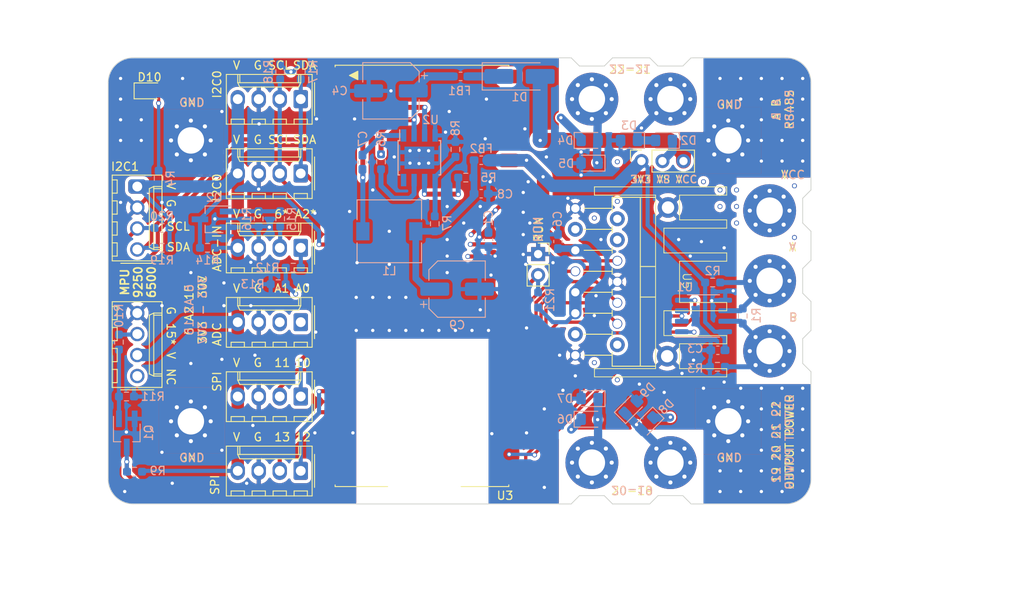
<source format=kicad_pcb>
(kicad_pcb (version 20221018) (generator pcbnew)
  (layers (0 "F.Cu" signal) (1 "In1.Cu" signal) (2 "In2.Cu" signal) (31 "B.Cu" signal) (34 "B.Paste" user) (35 "F.Paste" user) (36 "B.SilkS" user "B.Silkscreen") (37 "F.SilkS" user "F.Silkscreen") (38 "B.Mask" user) (39 "F.Mask" user) (44 "Edge.Cuts" user))
  (net 0 "")
  (net 1 "GND")
  (net 2 "+3V3")
  (net 4 "/IN1")
  (net 5 "Net-(Q1-B)")
  (net 8 "VCC")
  (net 9 "/OUT1")
  (net 10 "/OUT2")
  (net 11 "/OUT3")
  (net 12 "/OUT4")
  (net 13 "/GP26-ADC0-SDA1")
  (net 14 "Net-(D10-A)")
  (net 15 "/GP27-ADC1-SCL1")
  (net 16 "/A")
  (net 17 "/B")
  (net 18 "VS")
  (net 19 "/ReceiverOutput")
  (net 20 "/InputOutputEnable")
  (net 21 "/DriverInput")
  (net 22 "/GP28-ADC2")
  (net 23 "/ADC2")
  (net 24 "/SDA1-SCK0-GP2")
  (net 25 "/SCL1-TX0-GP3")
  (net 26 "/RXD1-SCL0-CS0-GP5")
  (net 27 "/TXD1-SDA0-RX0-GP4")
  (net 28 "/IN2")
  (net 29 "/G15")
  (net 30 "Net-(Q2-B)")
  (net 31 "/GP6")
  (net 33 "/GP22")
  (net 39 "/GP19")
  (net 40 "/GP20")
  (net 41 "/GP21")
  (net 42 "/RXD0-SCL0-CS1-GP13")
  (net 43 "/TXD0-SDA0-RX1-GP12")
  (net 44 "/SDA1-SCK1-GP10")
  (net 45 "/SCL1-TX1-GP11")
  (net 46 "Net-(U2-VIN)")
  (net 47 "Net-(U2-LX)")
  (net 48 "Net-(U2-BST)")
  (net 49 "Net-(C8-Pad1)")
  (net 50 "Net-(D1-K)")
  (net 51 "Net-(U2-PG)")
  (net 52 "Net-(U2-~{SHDN})")
  (net 53 "Net-(U2-FB)")
  (net 55 "/RUN")
  (footprint "Connector_Molex:Molex_KK-254_AE-6410-04A_1x04_P2.54mm_Vertical" (layer "F.Cu") (at 56.79 58.302944 180)
    (fp_text reference "J5" hide)
    (fp_text value "GP-I2C0")
  )
  (footprint "MountingHole:MountingHole_3.2mm_M3_Pad_Via" (layer "F.Cu") (at 113.5 80.302944)
    (fp_text reference "J14" hide)
    (fp_text value "A")
  )
  (footprint "Connector_PinSocket_2.54mm:PinSocket_1x03_P2.54mm_Vertical" (layer "F.Cu") (at 98 65.802944 90)
    (fp_text reference "J16" hide)
    (fp_text value "VS-SELECT")
  )
  (footprint "Connector_Molex:Molex_KK-254_AE-6410-04A_1x04_P2.54mm_Vertical" (layer "F.Cu") (at 37.02 91.822944 90)
    (fp_text reference "J7" hide)
    (fp_text value "GP-IN1")
  )
  (footprint "MountingHole:MountingHole_3.2mm_M3_Pad_Via" (layer "F.Cu") (at 101.5 102.302944)
    (fp_text reference "J2" hide)
    (fp_text value "O4")
  )
  (footprint "Connector_Molex:Molex_KK-254_AE-6410-04A_1x04_P2.54mm_Vertical" (layer "F.Cu") (at 56.79 103.302944 180)
    (fp_text reference "J11" hide)
    (fp_text value "GP-SPI")
  )
  (footprint "Connector_Molex:Molex_KK-254_AE-6410-04A_1x04_P2.54mm_Vertical" (layer "F.Cu") (at 56.79 94.302944 180)
    (fp_text reference "J10" hide)
    (fp_text value "GP-SPI")
  )
  (footprint "MountingHole:MountingHole_3.2mm_M3_Pad_Via" (layer "F.Cu") (at 101.5 58.302944)
    (fp_text reference "J3" hide)
    (fp_text value "O1")
  )
  (footprint "MountingHole:MountingHole_3.2mm_M3_Pad_Via" (layer "F.Cu") (at 113.5 88.802944)
    (fp_text reference "J15" hide)
    (fp_text value "B")
  )
  (footprint "MountingHole:MountingHole_3.2mm_M3_Pad_Via" (layer "F.Cu") (at 43.5 97.302944 180)
    (fp_text reference "J13" hide)
    (fp_text value "GND")
  )
  (footprint "Connector_Molex:Molex_KK-254_AE-6410-04A_1x04_P2.54mm_Vertical" (layer "F.Cu") (at 56.79 67.302944 180)
    (fp_text reference "J6" hide)
    (fp_text value "GP-I2C0")
  )
  (footprint "MountingHole:MountingHole_3.2mm_M3_Pad_Via" (layer "F.Cu") (at 108.5 97.302944 180)
    (fp_text reference "J13" hide)
    (fp_text value "GND")
  )
  (footprint "Connector_Molex:Molex_KK-254_AE-6410-04A_1x04_P2.54mm_Vertical" (layer "F.Cu") (at 56.79 85.302944 180)
    (fp_text reference "J9" hide)
    (fp_text value "GP-ADC")
  )
  (footprint "MountingHole:MountingHole_3.2mm_M3_Pad_Via" (layer "F.Cu") (at 43.5 63.302944 180)
    (fp_text reference "J13" hide)
    (fp_text value "GND")
  )
  (footprint "Connector_Molex:Molex_KK-254_AE-6410-04A_1x04_P2.54mm_Vertical" (layer "F.Cu") (at 37.02 76.502944 90)
    (fp_text reference "J17" hide)
    (fp_text value "GP-I2C1")
  )
  (footprint "MyFootprint:RPI-PICO-SMD" (layer "F.Cu") (at 60.95 105.202944)
    (fp_text reference "U3")
    (fp_text value "RPI-PICO")
  )
  (footprint "MountingHole:MountingHole_3.2mm_M3_Pad_Via" (layer "F.Cu") (at 92 58.302944)
    (fp_text reference "J1" hide)
    (fp_text value "O2")
  )
  (footprint "MountingHole:MountingHole_3.2mm_M3_Pad_Via" (layer "F.Cu") (at 92 102.302944)
    (fp_text reference "J12" hide)
    (fp_text value "O3")
  )
  (footprint "pecdr:SINK-L298N" (layer "F.Cu") (at 99 80.302944 -90)
    (fp_text reference "U5")
    (fp_text value "L298N")
  )
  (footprint "LED_SMD:LED_0805_2012Metric_Pad1.15x1.40mm_HandSolder" (layer "F.Cu") (at 38.5 57.302944)
    (fp_text reference "D10")
    (fp_text value "IHM")
  )
  (footprint "MountingHole:MountingHole_3.2mm_M3_Pad_Via" (layer "F.Cu") (at 113.5 71.802944)
    (fp_text reference "J4" hide)
    (fp_text value "VCC")
  )
  (footprint "Connector_Molex:Molex_KK-254_AE-6410-04A_1x04_P2.54mm_Vertical" (layer "F.Cu") (at 56.79 76.302944 180)
    (fp_text reference "J8" hide)
    (fp_text value "GP/IN-ADC")
  )
  (footprint "MountingHole:MountingHole_3.2mm_M3_Pad_Via" (layer "F.Cu") (at 108.5 63.302944 180)
    (fp_text reference "J13" hide)
    (fp_text value "GND")
  )
  (footprint "Connector_PinSocket_2.54mm:PinSocket_1x02_P2.54mm_Vertical" (layer "F.Cu") (at 85.5 77.062944)
    (fp_text reference "JP1" hide)
    (fp_text value "RUM")
  )
  (footprint "Resistor_SMD:R_0603_1608Metric_Pad0.98x0.95mm_HandSolder" (layer "B.Cu") (at 40.0125 76.302944 180)
    (fp_text reference "R19")
    (fp_text value "10k")
  )
  (footprint "Resistor_SMD:R_0603_1608Metric_Pad0.98x0.95mm_HandSolder" (layer "B.Cu") (at 51.7 72.790444 -90)
    (fp_text reference "R16")
    (fp_text value "10K")
  )
  (footprint "Package_TO_SOT_SMD:SOT-23W_Handsoldering" (layer "B.Cu") (at 46.3 72.852944 180)
    (fp_text reference "Q2")
    (fp_text value "BC848ALT1")
  )
  (footprint "Resistor_SMD:R_0603_1608Metric_Pad0.98x0.95mm_HandSolder" (layer "B.Cu") (at 85.5 82.615444 90)
    (fp_text reference "R21")
    (fp_text value "10k")
  )
  (footprint "Resistor_SMD:R_0603_1608Metric_Pad0.98x0.95mm_HandSolder" (layer "B.Cu") (at 76.75 67.802944)
    (fp_text reference "R5")
    (fp_text value "10k")
  )
  (footprint "Resistor_SMD:R_0603_1608Metric_Pad0.98x0.95mm_HandSolder" (layer "B.Cu") (at 34.8 87.715444 -90)
    (fp_text reference "R10")
    (fp_text value "10K")
  )
  (footprint "Capacitor_SMD:CP_Elec_6.3x7.7" (layer "B.Cu") (at 67.7 57.302944 180)
    (fp_text reference "C4")
    (fp_text value "100uF 25V")
  )
  (footprint "Capacitor_SMD:CP_Elec_6.3x7.7" (layer "B.Cu") (at 75.7 81.302944)
    (fp_text reference "C9")
    (fp_text value "100uF 6V3")
  )
  (footprint "Capacitor_SMD:C_0603_1608Metric_Pad1.08x0.95mm_HandSolder" (layer "B.Cu") (at 87.9 75.540444 90)
    (fp_text reference "C6")
    (fp_text value "100nF")
  )
  (footprint "Capacitor_SMD:C_0603_1608Metric_Pad1.08x0.95mm_HandSolder" (layer "B.Cu") (at 107.2375 88.702944 180)
    (fp_text reference "C3")
    (fp_text value "100nF")
  )
  (footprint "Capacitor_SMD:C_0603_1608Metric_Pad1.08x0.95mm_HandSolder" (layer "B.Cu") (at 78.6125 69.752944)
    (fp_text reference "C8")
    (fp_text value "100nF")
  )
  (footprint "Resistor_SMD:R_0603_1608Metric_Pad0.98x0.95mm_HandSolder" (layer "B.Cu") (at 54.3 54.990444 -90)
    (fp_text reference "R18")
    (fp_text value "10k")
  )
  (footprint "Resistor_SMD:R_0603_1608Metric_Pad0.98x0.95mm_HandSolder" (layer "B.Cu") (at 40.0125 73.902944 180)
    (fp_text reference "R20")
    (fp_text value "10k")
  )
  (footprint "Diode_SMD:D_0805_2012Metric_Pad1.15x1.40mm_HandSolder" (layer "B.Cu") (at 91.725 63.302944)
    (fp_text reference "D4")
    (fp_text value "B340A")
  )
  (footprint "Resistor_SMD:R_0603_1608Metric_Pad0.98x0.95mm_HandSolder" (layer "B.Cu") (at 75.5 64.390444 -90)
    (fp_text reference "R8")
    (fp_text value "10k 1%")
  )
  (footprint "Diode_SMD:D_SMA_Handsoldering" (layer "B.Cu") (at 83.25 55.552944)
    (fp_text reference "D1")
    (fp_text value "B340A")
  )
  (footprint "Capacitor_SMD:C_0603_1608Metric_Pad1.08x0.95mm_HandSolder" (layer "B.Cu") (at 64.25 65.940444 90)
    (fp_text reference "C7")
    (fp_text value "100nF")
  )
  (footprint "Resistor_SMD:R_0603_1608Metric_Pad0.98x0.95mm_HandSolder" (layer "B.Cu") (at 66.5 65.890444 -90)
    (fp_text reference "R6")
    (fp_text value "100k")
  )
  (footprint "Inductor_SMD:L_0603_1608Metric_Pad1.05x0.95mm_HandSolder" (layer "B.Cu") (at 76.125 55.552944)
    (fp_text reference "FB1")
    (fp_text value "Ferrite")
  )
  (footprint "Resistor_SMD:R_0603_1608Metric_Pad0.98x0.95mm_HandSolder" (layer "B.Cu") (at 106.6125 80.502944)
    (fp_text reference "R2")
    (fp_text value "4K7")
  )
  (footprint "Diode_SMD:D_0805_2012Metric_Pad1.15x1.40mm_HandSolder" (layer "B.Cu") (at 98.724784 97.57816 -135)
    (fp_text reference "D8")
    (fp_text value "B340A")
  )
  (footprint "Diode_SMD:D_0805_2012Metric_Pad1.15x1.40mm_HandSolder" (layer "B.Cu") (at 91.725 66.052944 180)
    (fp_text reference "D5")
    (fp_text value "B340A")
  )
  (footprint "Package_TO_SOT_SMD:SOT-23W_Handsoldering" (layer "B.Cu") (at 35.75 98.702944 -90)
    (fp_text reference "Q1")
    (fp_text value "BC848ALT1")
  )
  (footprint "Diode_SMD:D_0805_2012Metric_Pad1.15x1.40mm_HandSolder" (layer "B.Cu") (at 100.725 63.302944 180)
    (fp_text reference "D2")
    (fp_text value "B340A")
  )
  (footprint "Resistor_SMD:R_0603_1608Metric_Pad0.98x0.95mm_HandSolder" (layer "B.Cu") (at 45.5125 76.302944 180)
    (fp_text reference "R14")
    (fp_text value "10K")
  )
  (footprint "Resistor_SMD:R_0603_1608Metric_Pad0.98x0.95mm_HandSolder" (layer "B.Cu") (at 35.7125 94.302944)
    (fp_text reference "R11")
    (fp_text value "10K")
  )
  (footprint "Resistor_SMD:R_0603_1608Metric_Pad0.98x0.95mm_HandSolder" (layer "B.Cu") (at 54.3 72.790444 90)
    (fp_text reference "R15")
    (fp_text value "10K")
  )
  (footprint "Resistor_SMD:R_0603_1608Metric_Pad0.98x0.95mm_HandSolder" (layer "B.Cu") (at 110.25 84.552944 -90)
    (fp_text reference "R1")
    (fp_text value "4k7")
  )
  (footprint "Diode_SMD:D_0805_2012Metric_Pad1.15x1.40mm_HandSolder" (layer "B.Cu") (at 91.725 97.052944)
    (fp_text reference "D6")
    (fp_text value "B340A")
  )
  (footprint "Inductor_SMD:L_Wuerth_WE-PD-Typ-M-Typ-S" (layer "B.Cu") (at 67.5 74.302944)
    (fp_text reference "L1")
    (fp_text value "10uH")
  )
  (footprint "Resistor_SMD:R_0603_1608Metric_Pad0.98x0.95mm_HandSolder" (layer "B.Cu") (at 56.8 54.990444 -90)
    (fp_text reference "R17")
    (fp_text value "10k")
  )
  (footprint "Package_SO:Diodes_PSOP-8" (layer "B.Cu") (at 71.135 65.402944 -90)
    (fp_text reference "U2")
    (fp_text value "FR9889")
  )
  (footprint "Resistor_SMD:R_0603_1608Metric_Pad0.98x0.95mm_HandSolder" (layer "B.Cu") (at 54.0625 80.702944 180)
    (fp_text reference "R13")
    (fp_text value "10K")
  )
  (footprint "Inductor_SMD:L_0603_1608Metric_Pad1.05x0.95mm_HandSolder" (layer "B.Cu") (at 78.625 65.702944)
    (fp_text reference "FB2")
    (fp_text value "Ferrite")
  )
  (footprint "Resistor_SMD:R_0603_1608Metric_Pad0.98x0.95mm_HandSolder" (layer "B.Cu") (at 36.6875 103.402944 180)
    (fp_text reference "R9")
    (fp_text value "10K")
  )
  (footprint "Diode_SMD:D_0805_2012Metric_Pad1.15x1.40mm_HandSolder" (layer "B.Cu") (at 91.725 94.552944 180)
    (fp_text reference "D7")
    (fp_text value "B340A")
  )
  (footprint "Resistor_SMD:R_0603_1608Metric_Pad0.98x0.95mm_HandSolder" (layer "B.Cu") (at 39.6 67.890444 90)
    (fp_text reference "R4")
    (fp_text value "1K")
  )
  (footprint "Resistor_SMD:R_0603_1608Metric_Pad0.98x0.95mm_HandSolder" (layer "B.Cu") (at 107.1875 90.702944 180)
    (fp_text reference "R3")
    (fp_text value "4K7")
  )
  (footprint "Diode_SMD:D_0805_2012Metric_Pad1.15x1.40mm_HandSolder" (layer "B.Cu") (at 96.5 63.302944 180)
    (fp_text reference "D3")
    (fp_text value "B340A")
  )
  (footprint "Resistor_SMD:R_0603_1608Metric_Pad0.98x0.95mm_HandSolder" (layer "B.Cu") (at 73 73.390444 -90)
    (fp_text reference "R7")
    (fp_text value "26k1 1%")
  )
  (footprint "Diode_SMD:D_0805_2012Metric_Pad1.15x1.40mm_HandSolder" (layer "B.Cu") (at 96.724784 95.57816 45)
    (fp_text reference "D9")
    (fp_text value "B340A")
  )
  (footprint "Resistor_SMD:R_0603_1608Metric_Pad0.98x0.95mm_HandSolder" (layer "B.Cu") (at 55.8875 78.702944 180)
    (fp_text reference "R12")
    (fp_text value "10K")
  )
  (footprint "Package_SO:SOP-8_3.9x4.9mm_P1.27mm" (layer "B.Cu") (at 105.5 84.552944)
    (fp_text reference "U1")
    (fp_text value "MAX485CSA+")
  )
  (footprint "Capacitor_SMD:C_0603_1608Metric_Pad1.08x0.95mm_HandSolder" (layer "B.Cu") (at 79.5 75.302944 -90)
    (fp_text reference "C1")
    (fp_text value "10pF")
  )
  (gr_line (start 118.5 77.802944) (end 118.5 74.302944) (stroke (width 0.1)) (layer "Edge.Cuts"))
  (gr_line (start 94.5 53.302944) (end 99 53.302944) (stroke (width 0.1)) (layer "Edge.Cuts"))
  (gr_line (start 100 106.302944) (end 99 107.302944) (stroke (width 0.1)) (layer "Edge.Cuts"))
  (gr_line (start 103 54.302944) (end 104 53.302944) (stroke (width 0.1)) (layer "Edge.Cuts"))
  (gr_line (start 46 107.302944) (end 89.5 107.302944) (stroke (width 0.1)) (layer "Edge.Cuts"))
  (gr_line (start 90.5 106.302944) (end 89.5 107.302944) (stroke (width 0.1)) (layer "Edge.Cuts"))
  (gr_line (start 117.5 87.302944) (end 117.5 90.302944) (stroke (width 0.1)) (layer "Edge.Cuts"))
  (gr_line (start 115.5 53.302944) (end 104 53.302944) (stroke (width 0.1)) (layer "Edge.Cuts"))
  (gr_line (start 117.5 78.802944) (end 118.5 77.802944) (stroke (width 0.1)) (layer "Edge.Cuts"))
  (gr_line (start 103 106.302944) (end 100 106.302944) (stroke (width 0.1)) (layer "Edge.Cuts"))
  (gr_line (start 117.5 87.302944) (end 118.5 86.302944) (stroke (width 0.1)) (layer "Edge.Cuts"))
  (gr_line (start 118.5 91.302944) (end 118.5 104.302944) (stroke (width 0.1)) (layer "Edge.Cuts"))
  (gr_line (start 117.5 81.802944) (end 118.5 82.802944) (stroke (width 0.1)) (layer "Edge.Cuts"))
  (gr_line (start 117.5 73.302944) (end 118.5 74.302944) (stroke (width 0.1)) (layer "Edge.Cuts"))
  (gr_line (start 93.5 106.302944) (end 90.5 106.302944) (stroke (width 0.1)) (layer "Edge.Cuts"))
  (gr_line (start 33.5 104.302944) (end 33.5 56.302944) (stroke (width 0.1)) (layer "Edge.Cuts"))
  (gr_arc (start 115.5 53.302944) (mid 117.621336 54.181621) (end 118.5 56.302944) (stroke (width 0.1)) (layer "Edge.Cuts"))
  (gr_line (start 117.5 70.302944) (end 117.5 73.302944) (stroke (width 0.1)) (layer "Edge.Cuts"))
  (gr_line (start 117.5 78.802944) (end 117.5 81.802944) (stroke (width 0.1)) (layer "Edge.Cuts"))
  (gr_line (start 117.5 90.302944) (end 118.5 91.302944) (stroke (width 0.1)) (layer "Edge.Cuts"))
  (gr_line (start 90.5 54.302944) (end 89.5 53.302944) (stroke (width 0.1)) (layer "Edge.Cuts"))
  (gr_line (start 100 54.302944) (end 103 54.302944) (stroke (width 0.1)) (layer "Edge.Cuts"))
  (gr_line (start 118.5 86.302944) (end 118.5 82.802944) (stroke (width 0.1)) (layer "Edge.Cuts"))
  (gr_line (start 93.5 54.302944) (end 94.5 53.302944) (stroke (width 0.1)) (layer "Edge.Cuts"))
  (gr_line (start 103 106.302944) (end 104 107.302944) (stroke (width 0.1)) (layer "Edge.Cuts"))
  (gr_line (start 89.5 53.302944) (end 36.5 53.302944) (stroke (width 0.1)) (layer "Edge.Cuts"))
  (gr_line (start 93.5 106.302944) (end 94.5 107.302944) (stroke (width 0.1)) (layer "Edge.Cuts"))
  (gr_line (start 104 107.302944) (end 115.5 107.302944) (stroke (width 0.1)) (layer "Edge.Cuts"))
  (gr_line (start 36.5 107.302944) (end 46 107.302944) (stroke (width 0.1)) (layer "Edge.Cuts"))
  (gr_line (start 118.5 69.302944) (end 118.5 56.302944) (stroke (width 0.1)) (layer "Edge.Cuts"))
  (gr_line (start 100 54.302944) (end 99 53.302944) (stroke (width 0.1)) (layer "Edge.Cuts"))
  (gr_line (start 117.5 70.302944) (end 118.5 69.302944) (stroke (width 0.1)) (layer "Edge.Cuts"))
  (gr_line (start 90.5 54.302944) (end 93.5 54.302944) (stroke (width 0.1)) (layer "Edge.Cuts"))
  (gr_line (start 94.5 107.302944) (end 99 107.302944) (stroke (width 0.1)) (layer "Edge.Cuts"))
  (gr_arc (start 33.5 56.302944) (mid 34.378695 54.181652) (end 36.5 53.302944) (stroke (width 0.1)) (layer "Edge.Cuts"))
  (gr_arc (start 36.5 107.302944) (mid 34.378695 106.424262) (end 33.5 104.302944) (stroke (width 0.1)) (layer "Edge.Cuts"))
  (gr_arc (start 118.5 104.302944) (mid 117.621336 106.424293) (end 115.5 107.302944) (stroke (width 0.1)) (layer "Edge.Cuts"))
  (gr_text "GND" (at 42 101.052944 180) (layer "B.SilkS") (effects (font (size 1 1)) (justify left bottom mirror)))
  (gr_text "A" (at 115.75 75.552944 180) (layer "B.SilkS") (effects (font (size 1 1)) (justify left bottom mirror)))
  (gr_text "B" (at 115.75 84.052944 180) (layer "B.SilkS") (effects (font (size 1 1)) (justify left bottom mirror)))
  (gr_text "GND" (at 107 101.052944 180) (layer "B.SilkS") (effects (font (size 1 1)) (justify left bottom mirror)))
  (gr_text "3V3 VS VCC" (at 100.7 67.402944 180) (layer "B.SilkS") (effects (font (size 0.9 0.9)) (justify bottom mirror)))
  (gr_text "20-19" (at 94.25 105.052944 180) (layer "B.SilkS") (effects (font (size 1 1)) (justify left bottom mirror)))
  (gr_text "VCC" (at 114.8 66.802944 180) (layer "B.SilkS") (effects (font (size 1 1)) (justify left bottom mirror)))
  (gr_text "22-21" (at 94 54.052944 180) (layer "B.SilkS") (effects (font (size 1 1)) (justify left bottom mirror)))
  (gr_text "19 20 21 22\nOUTPUT POWER" (at 116.5 99.802944 90) (layer "B.SilkS") (effects (font (size 1 1)) (justify bottom mirror)))
  (gr_text "GND" (at 107 58.302944 180) (layer "B.SilkS") (effects (font (size 1 1)) (justify left bottom mirror)))
  (gr_text "6 A2 15\n3V3 - 30V" (at 45.5 83.802944 90) (layer "B.SilkS") (effects (font (size 1 1)) (justify bottom mirror)))
  (gr_text "RUN" (at 84.8 75.702944 -90) (layer "B.SilkS") (effects (font (size 1 1)) (justify left bottom mirror)))
  (gr_text "A B\nRS485" (at 116.5 59.552944 90) (layer "B.SilkS") (effects (font (size 1 1)) (justify bottom mirror)))
  (gr_text "GND" (at 42 58.052944 180) (layer "B.SilkS") (effects (font (size 1 1)) (justify left bottom mirror)))
  (gr_text "A2*" (at 56 72.802944) (layer "F.SilkS") (effects (font (size 1 1)) (justify left bottom)))
  (gr_text "11" (at 53.5 90.802944) (layer "F.SilkS") (effects (font (size 1 1)) (justify left bottom)))
  (gr_text "B" (at 115.75 85.302944) (layer "F.SilkS") (effects (font (size 1 1)) (justify left bottom)))
  (gr_text "V" (at 48.5 90.802944) (layer "F.SilkS") (effects (font (size 1 1)) (justify left bottom)))
  (gr_text "G" (at 51 54.802944) (layer "F.SilkS") (effects (font (size 1 1)) (justify left bottom)))
  (gr_text "V" (at 48.5 72.802944) (layer "F.SilkS") (effects (font (size 1 1)) (justify left bottom)))
  (gr_text "SPI" (at 47.25 93.802944 90) (layer "F.SilkS") (effects (font (size 1 1)) (justify left bottom)))
  (gr_text "RUN" (at 86.1 75.702944 90) (layer "F.SilkS") (effects (font (size 1 1)) (justify left bottom)))
  (gr_text "ADC-IN" (at 47.25 79.302944 90) (layer "F.SilkS") (effects (font (size 1 1)) (justify left bottom)))
  (gr_text "GND" (at 42 102.302944) (layer "F.SilkS") (effects (font (size 1 1)) (justify left bottom)))
  (gr_text "19 20 21 22\nOUTPUT POWER" (at 116.5 99.802944 90) (layer "F.SilkS") (effects (font (size 1 1)) (justify bottom)))
  (gr_text "SDA" (at 55.75 54.802944) (layer "F.SilkS") (effects (font (size 1 1)) (justify left bottom)))
  (gr_text "V" (at 48.5 63.802944) (layer "F.SilkS") (effects (font (size 1 1)) (justify left bottom)))
  (gr_text "VCC" (at 114.8 68.052944) (layer "F.SilkS") (effects (font (size 1 1)) (justify left bottom)))
  (gr_text "MPU\n9250\n6500" (at 39.32 80.452944 90) (layer "F.SilkS") (effects (font (size 1 1) (thickness 0.2) bold) (justify bottom)))
  (gr_text "G" (at 51 99.802944) (layer "F.SilkS") (effects (font (size 1 1)) (justify left bottom)))
  (gr_text "A0" (at 56 81.802944) (layer "F.SilkS") (effects (font (size 1 1)) (justify left bottom)))
  (gr_text "6 A2 15\n3V3 - 30V" (at 45.5 83.802944 90) (layer "F.SilkS") (effects (font (size 1 1)) (justify bottom)))
  (gr_text "A" (at 115.75 76.802944) (layer "F.SilkS") (effects (font (size 1 1)) (justify left bottom)))
  (gr_text "SCL" (at 52.75 63.802944) (layer "F.SilkS") (effects (font (size 1 1)) (justify left bottom)))
  (gr_text "G" (at 51 72.802944) (layer "F.SilkS") (effects (font (size 1 1)) (justify left bottom)))
  (gr_text "SCL" (at 52.75 54.802944) (layer "F.SilkS") (effects (font (size 1 1)) (justify left bottom)))
  (gr_text "3V3 VS VCC" (at 100.7 68.552944) (layer "F.SilkS") (effects (font (size 0.9 0.9)) (justify bottom)))
  (gr_text "6*" (at 53.5 72.802944) (layer "F.SilkS") (effects (font (size 1 1)) (justify left bottom)))
  (gr_text "GND" (at 107 59.552944) (layer "F.SilkS") (effects (font (size 1 1)) (justify left bottom)))
  (gr_text "10" (at 56 90.802944) (layer "F.SilkS") (effects (font (size 1 1)) (justify left bottom)))
  (gr_text "SCL" (at 40.5 74.302944) (layer "F.SilkS") (effects (font (size 1 1)) (justify left bottom)))
  (gr_text "ADC" (at 47.25 88.302944 90) (layer "F.SilkS") (effects (font (size 1 1)) (justify left bottom)))
  (gr_text "I2C0" (at 47.25 58.302944 90) (layer "F.SilkS") (effects (font (size 1 1)) (justify left bottom)))
  (gr_text "GND" (at 42 59.302944) (layer "F.SilkS") (effects (font (size 1 1)) (justify left bottom)))
  (gr_text "RUN" (at 86.165 75.732944 90) (layer "F.SilkS") (effects (font (size 1 1)) (justify left bottom)))
  (gr_text "G" (at 51 81.802944) (layer "F.SilkS") (effects (font (size 1 1)) (justify left bottom)))
  (gr_text "G" (at 51 90.802944) (layer "F.SilkS") (effects (font (size 1 1)) (justify left bottom)))
  (gr_text "A B\nRS485" (at 116.5 59.552944 90) (layer "F.SilkS") (effects (font (size 1 1)) (justify bottom)))
  (gr_text "SDA" (at 55.75 63.802944) (layer "F.SilkS") (effects (font (size 1 1)) (justify left bottom)))
  (gr_text "15*" (at 40.5 85.302944 270) (layer "F.SilkS") (effects (font (size 1 1)) (justify left bottom)))
  (gr_text "A1" (at 53.5 81.802944) (layer "F.SilkS") (effects (font (size 1 1)) (justify left bottom)))
  (gr_text "20-19" (at 94.25 106.302944) (layer "F.SilkS") (effects (font (size 1 1)) (justify left bottom)))
  (gr_text "V" (at 48.5 99.802944) (layer "F.SilkS") (effects (font (size 1 1)) (justify left bottom)))
  (gr_text "V" (at 48.5 81.802944) (layer "F.SilkS") (effects (font (size 1 1)) (justify left bottom)))
  (gr_text "22-21" (at 94 55.302944) (layer "F.SilkS") (effects (font (size 1 1)) (justify left bottom)))
  (gr_text "V" (at 48.5 54.802944) (layer "F.SilkS") (effects (font (size 1 1)) (justify left bottom)))
  (gr_text "G" (at 40.5 70.302944 -90) (layer "F.SilkS") (effects (font (size 1 1)) (justify left bottom)))
  (gr_text "V" (at 40.5 88.802944 -90) (layer "F.SilkS") (effects (font (size 1 1)) (justify left bottom)))
  (gr_text "SDA" (at 40.5 76.802944) (layer "F.SilkS") (effects (font (size 1 1)) (justify left bottom)))
  (gr_text "12" (at 56 99.802944) (layer "F.SilkS") (effects (font (size 1 1)) (justify left bottom)))
  (gr_text "V" (at 40.5 68.302944 -90) (layer "F.SilkS") (effects (font (size 1 1)) (justify left bottom)))
  (gr_text "SPI" (at 47 106.302944 90) (layer "F.SilkS") (effects (font (size 1 1)) (justify left bottom)))
  (gr_text "13" (at 53.5 99.802944) (layer "F.SilkS") (effects (font (size 1 1)) (justify left bottom)))
  (gr_text "I2C1" (at 33.75 67.052944) (layer "F.SilkS") (effects (font (size 1 1)) (justify left bottom)))
  (gr_text "I2C0" (at 47.25 70.802944 90) (layer "F.SilkS") (effects (font (size 1 1)) (justify left bottom)))
  (gr_text "GND" (at 107 102.302944) (layer "F.SilkS") (effects (font (size 1 1)) (justify left bottom)))
  (gr_text "G" (at 40.5 83.302944 -90) (layer "F.SilkS") (effects (font (size 1 1)) (justify left bottom)))
  (gr_text "NC" (at 40.5 90.802944 270) (layer "F.SilkS") (effects (font (size 1 1)) (justify left bottom)))
  (gr_text "G" (at 51 63.802944) (layer "F.SilkS") (effects (font (size 1 1)) (justify left bottom)))
  (segment (start 46.5 63.182944) (end 46.12 63.182944) (width 0.7) (layer "F.Cu") (net 1))
  (via (at 104.3 89.902944) (size 0.6) (drill 0.4) (layers "F.Cu" "B.Cu") (net 1))
  (via (at 47.5 80.552944) (size 0.6) (drill 0.4) (layers "F.Cu" "B.Cu") (net 1))
  (via (at 51.25 89.302944) (size 0.6) (drill 0.4) (layers "F.Cu" "B.Cu") (net 1))
  (via (at 72.25 64.552944) (size 0.6) (drill 0.4) (layers "F.Cu" "B.Cu") (net 1))
  (via (at 40 70.802944) (size 0.6) (drill 0.4) (layers "F.Cu" "B.Cu") (net 1))
  (via (at 93.1 75.302944) (size 0.6) (drill 0.4) (layers "F.Cu" "B.Cu") (net 1))
  (via (at 51.75 61.302944) (size 0.6) (drill 0.4) (layers "F.Cu" "B.Cu") (net 1))
  (via (at 75.5 86.302944) (size 0.6) (drill 0.4) (layers "F.Cu" "B.Cu") (net 1))
  (via (at 89.1 70.302944) (size 0.6) (drill 0.4) (layers "F.Cu" "B.Cu") (net 1))
  (via (at 100.75 93.802944) (size 0.6) (drill 0.4) (layers "F.Cu" "B.Cu") (net 1))
  (via (at 79.8 79.602944) (size 0.6) (drill 0.4) (layers "F.Cu" "B.Cu") (net 1))
  (via (at 88.5 93.552944) (size 0.6) (drill 0.4) (layers "F.Cu" "B.Cu") (net 1))
  (via (at 74.5 75.302944) (size 0.6) (drill 0.4) (layers "F.Cu" "B.Cu") (net 1))
  (via (at 106.5 82.702944) (size 0.6) (drill 0.4) (layers "F.Cu" "B.Cu") (net 1))
  (via (at 117.5 55.802944) (size 0.6) (drill 0.4) (layers "F.Cu" "B.Cu") (net 1))
  (via (at 115 63.302944) (size 0.6) (drill 0.4) (layers "F.Cu" "B.Cu") (net 1))
  (via (at 115 105.802944) (size 0.6) (drill 0.4) (layers "F.Cu" "B.Cu") (net 1))
  (via (at 90.7 67.502944) (size 0.6) (drill 0.4) (layers "F.Cu" "B.Cu") (net 1))
  (via (at 43.5 79.302944) (size 0.6) (drill 0.4) (layers "F.Cu" "B.Cu") (net 1))
  (via (at 90 91.802944) (size 0.6) (drill 0.4) (layers "F.Cu" "B.Cu") (net 1))
  (via (at 108 76.302944) (size 0.6) (drill 0.4) (layers "F.Cu" "B.Cu") (net 1))
  (via (at 63.5 86.302944) (size 0.6) (drill 0.4) (layers "F.Cu" "B.Cu") (net 1))
  (via (at 47.25 59.802944) (size 0.6) (drill 0.4) (layers "F.Cu" "B.Cu") (net 1))
  (via (at 109.1 81.502944) (size 0.6) (drill 0.4) (layers "F.Cu" "B.Cu") (net 1))
  (via (at 58.7 60.702944) (size 0.6) (drill 0.4) (layers "F.Cu" "B.Cu") (net 1))
  (via (at 87.3 78.102944) (size 0.6) (drill 0.4) (layers "F.Cu" "B.Cu") (net 1))
  (via (at 115 65.802944) (size 0.6) (drill 0.4) (layers "F.Cu" "B.Cu") (net 1))
  (via (at 84.1 98.702944) (size 0.6) (drill 0.4) (layers "F.Cu" "B.Cu") (net 1))
  (via (at 42.5 55.802944) (size 0.6) (drill 0.4) (layers "F.Cu" "B.Cu") (net 1))
  (via (at 72.25 66.052944) (size 0.6) (drill 0.4) (layers "F.Cu" "B.Cu") (net 1))
  (via (at 110 58.302944) (size 0.6) (drill 0.4) (layers "F.Cu" "B.Cu") (net 1))
  (via (at 84.3 68.302944) (size 0.6) (drill 0.4) (layers "F.Cu" "B.Cu") (net 1))
  (via (at 108 92.552944) (size 0.6) (drill 0.4) (layers "F.Cu" "B.Cu") (net 1))
  (via (at 50.75 78.052944) (size 0.6) (drill 0.4) (layers "F.Cu" "B.Cu") (net 1))
  (via (at 58.5 72.102944) (size 0.6) (drill 0.4) (layers "F.Cu" "B.Cu") (net 1))
  (via (at 112.5 60.802944) (size 0.6) (drill 0.4) (layers "F.Cu" "B.Cu") (net 1))
  (via (at 117.5 95.802944) (size 0.6) (drill 0.4) (layers "F.Cu" "B.Cu") (net 1))
  (via (at 90.7 64.702944) (size 0.6) (drill 0.4) (layers "F.Cu" "B.Cu") (net 1))
  (via (at 69.5 82.302944) (size 0.6) (drill 0.4) (layers "F.Cu" "B.Cu") (net 1))
  (via (at 50.25 104.802944) (size 0.6) (drill 0.4) (layers "F.Cu" "B.Cu") (net 1))
  (via (at 70 66.052944) (size 0.6) (drill 0.4) (layers "F.Cu" "B.Cu") (net 1))
  (via (at 68.1 65.302944) (size 0.6) (drill 0.4) (layers "F.Cu" "B.Cu") (net 1))
  (via (at 77.5 86.302944) (size 0.6) (drill 0.4) (layers "F.Cu" "B.Cu") (net 1))
  (via (at 78.4 75.002944) (size 0.6) (drill 0.4) (layers "F.Cu" "B.Cu") (net 1))
  (via (at 86.25 105.302944) (size 0.6) (drill 0.4) (layers "F.Cu" "B.Cu") (net 1))
  (via (at 71.1 66.102944) (size 0.6) (drill 0.4) (layers "F.Cu" "B.Cu") (net 1))
  (via (at 79.25 58.302944) (size 0.6) (drill 0.4) (layers "F.Cu" "B.Cu") (net 1))
  (via (at 35 55.802944) (size 0.6) (drill 0.4) (layers "F.Cu" "B.Cu") (net 1))
  (via (at 69.5 86.302944) (size 0.6) (drill 0.4) (layers "F.Cu" "B.Cu") (net 1))
  (via (at 112.5 95.802944) (size 0.6) (drill 0.4) (layers "F.Cu" "B.Cu") (net 1))
  (via (at 67.5 82.302944) (size 0.6) (drill 0.4) (layers "F.Cu" "B.Cu") (net 1))
  (via (at 84.1 86.002944) (size 0.6) (drill 0.4) (layers "F.Cu" "B.Cu") (net 1))
  (via (at 40 83.302944) (size 0.6) (drill 0.4) (layers "F.Cu" "B.Cu") (net 1))
  (via (at 41.25 104.802944) (size 0.6) (drill 0.4) (layers "F.Cu" "B.Cu") (net 1))
  (via (at 43.5 90.302944) (size 0.6) (drill 0.4) (layers "F.Cu" "B.Cu") (net 1))
  (via (at 74.3 62.302944) (size 0.6) (drill 0.4) (layers "F.Cu" "B.Cu") (net 1))
  (via (at 83.7 74.702944) (size 0.6) (drill 0.4) (layers "F.Cu" "B.Cu") (net 1))
  (via (at 112.5 100.802944) (size 0.6) (drill 0.4) (layers "F.Cu" "B.Cu") (net 1))
  (via (at 83.7 69.602944) (size 0.6) (drill 0.4) (layers "F.Cu" "B.Cu") (net 1))
  (via (at 92.5 82.102944) (size 0.6) (drill 0.4) (layers "F.Cu" "B.Cu") (net 1))
  (via (at 112.5 103.302944) (size 0.6) (drill 0.4) (layers "F.Cu" "B.Cu") (net 1))
  (via (at 117.5 58.302944) (size 0.6) (drill 0.4) (layers "F.Cu" "B.Cu") (net 1))
  (via (at 107.5 103.302944) (size 0.6) (drill 0.4) (layers "F.Cu" "B.Cu") (net 1))
  (via (at 88.1 89.302944) (size 0.6) (drill 0.4) (layers "F.Cu" "B.Cu") (net 1))
  (via (at 58.5 98.702944) (size 0.6) (drill 0.4) (layers "F.Cu" "B.Cu") (net 1))
  (via (at 112.5 93.302944) (size 0.6) (drill 0.4) (layers "F.Cu" "B.Cu") (net 1))
  (via (at 79.5 86.302944) (size 0.6) (drill 0.4) (layers "F.Cu" "B.Cu") (net 1))
  (via (at 79.9 98.802944) (size 0.6) (drill 0.4) (layers "F.Cu" "B.Cu") (net 1))
  (via (at 112.5 65.802944) (size 0.6) (drill 0.4) (layers "F.Cu" "B.Cu") (net 1))
  (via (at 71.1 64.502944) (size 0.6) (drill 0.4) (layers "F.Cu" "B.Cu") (net 1))
  (via (at 50.75 83.302944) (size 0.6) (drill 0.4) (layers "F.Cu" "B.Cu") (net 1))
  (via (at 63.5 82.302944) (size 0.6) (drill 0.4) (layers "F.Cu" "B.Cu") (net 1))
  (via (at 67.5 74.302944) (size 0.6) (drill 0.4) (layers "F.Cu" "B.Cu") (net 1))
  (via (at 84.5 73.302944) (size 0.6) (drill 0.4) (layers "F.Cu" "B.Cu") (net 1))
  (via (at 80.3 77.302944) (size 0.6) (drill 0.4) (layers "F.Cu" "B.Cu") (net 1))
  (via (at 92.3 84.502944) (size 0.6) (drill 0.4) (layers "F.Cu" "B.Cu") (net 1))
  (via (at 35 60.802944) (size 0.6) (drill 0.4) (layers "F.Cu" "B.Cu") (net 1))
  (via (at 105.5 93.302944) (size 0.6) (drill 0.4) (layers "F.Cu" "B.Cu") (net 1))
  (via (at 65.5 69.302944) (size 0.6) (drill 0.4) (layers "F.Cu" "B.Cu") (net 1))
  (via (at 110 105.802944) (size 0.6) (drill 0.4) (layers "F.Cu" "B.Cu") (net 1))
  (via (at 74.5 71.302944) (size 0.6) (drill 0.4) (layers "F.Cu" "B.Cu") (net 1))
  (via (at 117.5 60.802944) (size 0.6) (drill 0.4) (layers "F.Cu" "B.Cu") (net 1))
  (via (at 110 55.802944) (size 0.6) (drill 0.4) (layers "F.Cu" "B.Cu") (net 1))
  (via (at 74.5 77.302944) (size 0.6) (drill 0.4) (layers "F.Cu" "B.Cu") (net 1))
  (via (at 115 93.302944) (size 0.6) (drill 0.4) (layers "F.Cu" "B.Cu") (net 1))
  (via (at 57.6 80.802944) (size 0.6) (drill 0.4) (layers "F.Cu" "B.Cu") (net 1))
  (via (at 84 78.302944) (size 0.6) (drill 0.4) (layers "F.Cu" "B.Cu") (net 1))
  (via (at 37.5 63.302944) (size 0.6) (drill 0.4) (layers "F.Cu" "B.Cu") (net 1))
  (via (at 117.5 100.802944) (size 0.6) (drill 0.4) (layers "F.Cu" "B.Cu") (net 1))
  (via (at 62.7 71.902944) (size 0.6) (drill 0.4) (layers "F.Cu" "B.Cu") (net 1))
  (via (at 35 58.302944) (size 0.6) (drill 0.4) (layers "F.Cu" "B.Cu") (net 1))
  (via (at 102.9 91.502944) (size 0.6) (drill 0.4) (layers "F.Cu" "B.Cu") (net 1))
  (via (at 107.5 55.802944) (size 0.6) (drill 0.4) (layers "F.Cu" "B.Cu") (net 1))
  (via (at 103.9 77.302944) (size 0.6) (drill 0.4) (layers "F.Cu" "B.Cu") (net 1))
  (via (at 73.5 86.302944) (size 0.6) (drill 0.4) (layers "F.Cu" "B.Cu") (net 1))
  (via (at 70 64.552944) (size 0.6) (drill 0.4) (layers "F.Cu" "B.Cu") (net 1))
  (via (at 67.7 57.302944) (size 0.6) (drill 0.4) (layers "F.Cu" "B.Cu") (net 1))
  (via (at 74.75 59.802944) (size 0.6) (drill 0.4) (layers "F.Cu" "B.Cu") (net 1))
  (via (at 112.5 98.302944) (size 0.6) (drill 0.4) (layers "F.Cu" "B.Cu") (net 1))
  (via (at 53 73.802944) (size 0.6) (drill 0.4) (layers "F.Cu" "B.Cu") (net 1))
  (via (at 117.5 65.802944) (size 0.6) (drill 0.4) (layers "F.Cu" "B.Cu") (net 1))
  (via (at 117.5 93.302944) (size 0.6) (drill 0.4) (layers "F.Cu" "B.Cu") (net 1))
  (via (at 51.7 69.202944) (size 0.6) (drill 0.4) (layers "F.Cu" "B.Cu") (net 1))
  (via (at 78.5 83.802944) (size 0.6) (drill 0.4) (layers "F.Cu" "B.Cu") (net 1))
  (via (at 86.25 95.802944) (size 0.6) (drill 0.4) (layers "F.Cu" "B.Cu") (net 1))
  (via (at 37.5 60.802944) (size 0.6) (drill 0.4) (layers "F.Cu" "B.Cu") (net 1))
  (via (at 117.5 103.302944) (size 0.6) (drill 0.4) (layers "F.Cu" "B.Cu") (net 1))
  (via (at 47.25 100.802944) (size 0.6) (drill 0.4) (layers "F.Cu" "B.Cu") (net 1))
  (via (at 76.5 73.302944) (size 0.6) (drill 0.4) (layers "F.Cu" "B.Cu") (net 1))
  (via (at 71.5 86.302944) (size 0.6) (drill 0.4) (layers "F.Cu" "B.Cu") (net 1))
  (via (at 117.5 63.302944) (size 0.6) (drill 0.4) (layers "F.Cu" "B.Cu") (net 1))
  (via (at 65.5 86.302944) (size 0.6) (drill 0.4) (layers "F.Cu" "B.Cu") (net 1))
  (via (at 63.1 98.702944) (size 0.6) (drill 0.4) (layers "F.Cu" "B.Cu") (net 1))
  (via (at 97.75 92.802944) (size 0.6) (drill 0.4) (layers "F.Cu" "B.Cu") (net 1))
  (via (at 63.3 60.702944) (size 0.6) (drill 0.4) (layers "F.Cu" "B.Cu") (net 1))
  (via (at 112.5 58.302944) (size 0.6) (drill 0.4) (layers "F.Cu" "B.Cu") (net 1))
  (via (at 102.5 75.302944) (size 0.6) (drill 0.4) (layers "F.Cu" "B.Cu") (net 1))
  (via (at 74.5 79.302944) (size 0.6) (drill 0.4) (layers "F.Cu" "B.Cu") (net 1))
  (via (at 83.7 77.102944) (size 0.6) (drill 0.4) (layers "F.Cu" "B.Cu") (net 1))
  (via (at 83.7 72.002944) (size 0.6) (drill 0.4) (layers "F.Cu" "B.Cu") (net 1))
  (via (at 67.5 86.302944) (size 0.6) (drill 0.4) (layers "F.Cu" "B.Cu") (net 1))
  (via (at 67.5 78.302944) (size 0.6) (drill 0.4) (layers "F.Cu" "B.Cu") (net 1))
  (via (at 58.6 86.502944) (size 0.6) (drill 0.4) (layers "F.Cu" "B.Cu") (net 1))
  (via (at 86.5 65.302944) (size 0.6) (drill 0.4) (layers "F.Cu" "B.Cu") (net 1))
  (via (at 35.7 98.602944) (size 0.6) (drill 0.4) (layers "F.Cu" "B.Cu") (net 1))
  (via (at 107.5 105.802944) (size 0.6) (drill 0.4) (layers "F.Cu" "B.Cu") (net 1))
  (via (at 79.7 68.302944) (size 0.6) (drill 0.4) (layers "F.Cu" "B.Cu") (net 1))
  (via (at 35 70.802944) (size 0.6) (drill 0.4) (layers "F.Cu" "B.Cu") (net 1))
  (via (at 112.5 63.302944) (size 0.6) (drill 0.4) (layers "F.Cu" "B.Cu") (net 1))
  (via (at 63.6 78.102944) (size 0.6) (drill 0.4) (layers "F.Cu" "B.Cu") (net 1))
  (via (at 51 97.802944) (size 0.6) (drill 0.4) (layers "F.Cu" "B.Cu") (net 1))
  (via (at 112.5 55.802944) (size 0.6) (drill 0.4) (layers "F.Cu" "B.Cu") (net 1))
  (via (at 47.5 83.302944) (size 0.6) (drill 0.4) (layers "F.Cu" "B.Cu") (net 1))
  (via (at 110 103.302944) (size 0.6) (drill 0.4) (layers "F.Cu" "B.Cu") (net 1))
  (via (at 115 55.802944) (size 0.6) (drill 0.4) (layers "F.Cu" "B.Cu") (net 1))
  (via (at 110 93.302944) (size 0.6) (drill 0.4) (layers "F.Cu" "B.Cu") (net 1))
  (via (at 112.5 105.802944) (size 0.6) (drill 0.4) (layers "F.Cu" "B.Cu") (net 1))
  (via (at 105.25 75.552944) (size 0.6) (drill 0.4) (layers "F.Cu" "B.Cu") (net 1))
  (via (at 83.9 61.902944) (size 0.6) (drill 0.4) (layers "F.Cu" "B.Cu") (net 1))
  (via (at 35 63.302944) (size 0.6) (drill 0.4) (layers "F.Cu" "B.Cu") (net 1))
  (via (at 35.5 105.802944) (size 0.6) (drill 0.4) (layers "F.Cu" "B.Cu") (net 1))
  (via (at 79.1 63.102944) (size 0.6) (drill 0.4) (layers "F.Cu" "B.Cu") (net 1))
  (via (at 46.4 72.802944) (size 0.6) (drill 0.4) (layers "F.Cu" "B.Cu") (net 1))
  (via (at 78.5 71.302944) (size 0.6) (drill 0.4) (layers "F.Cu" "B.Cu") (net 1))
  (via (at 65.5 82.302944) (size 0.6) (drill 0.4) (layers "F.Cu" "B.Cu") (net 1))
  (via (at 47.25 89.802944) (size 0.6) (drill 0.4) (layers "F.Cu" "B.Cu") (net 1))
  (via (at 40 101.052944) (size 0.6) (drill 0.4) (layers "F.Cu" "B.Cu") (net 1))
  (via (at 117.5 98.302944) (size 0.6) (drill 0.4) (layers "F.Cu" "B.Cu") (net 1))
  (segment (start 84.12 65.722944) (end 81.982 65.722944) (width 1.5) (layer "F.Cu") (net 2))
  (segment (start 49.17 67.302944) (end 49.17 103.302944) (width 1.5) (layer "F.Cu") (net 2))
  (segment (start 88.4 76.602944) (end 86.1 74.302944) (width 1.5) (layer "F.Cu") (net 2))
  (segment (start 86.1 74.302944) (end 86.1 67.702944) (width 1.5) (layer "F.Cu") (net 2))
  (segment (start 86.1 67.702944) (end 84.12 65.722944) (width 1.5) (layer "F.Cu") (net 2))
  (segment (start 90 76.602944) (end 88.4 76.602944) (width 1.5) (layer "F.Cu") (net 2))
  (via (at 55.6 55.002944) (size 0.6) (drill 0.4) (layers "F.Cu" "B.Cu") (net 2))
  (via (at 86.1 67.702944) (size 0.6) (drill 0.4) (layers "F.Cu" "B.Cu") (net 2))
  (via (at 84.1 65.702944) (size 0.6) (drill 0.4) (layers "F.Cu" "B.Cu") (net 2))
  (segment (start 49.17 58.302944) (end 49.17 67.302944) (width 1.5) (layer "B.Cu") (net 2))
  (segment (start 91.15 76.602944) (end 92.4 77.852944) (width 1.5) (layer "B.Cu") (net 2))
  (segment (start 46.425 76.302944) (end 49.17 76.302944) (width 0.5) (layer "B.Cu") (net 2))
  (segment (start 49.17 85.302944) (end 42.75 85.302944) (width 1.5) (layer "B.Cu") (net 2))
  (segment (start 87.2 68.802944) (end 95 68.802944) (width 1.5) (layer "B.Cu") (net 2))
  (segment (start 40.925 76.302944) (end 40.925 73.902944) (width 0.5) (layer "B.Cu") (net 2))
  (segment (start 108.1 87.257944) (end 107.3 86.457944) (width 0.5) (layer "B.Cu") (net 2))
  (segment (start 90 81.682944) (end 90 84.222944) (width 1.5) (layer "B.Cu") (net 2))
  (segment (start 90.12 81.682944) (end 90 81.682944) (width 1) (layer "B.Cu") (net 2))
  (segment (start 55.875 55.002944) (end 56.8 54.077944) (width 0.5) (layer "B.Cu") (net 2))
  (segment (start 107.3 86.457944) (end 106.855 86.457944) (width 0.5) (layer "B.Cu") (net 2))
  (segment (start 105.7 80.502944) (end 98.75 73.552944) (width 0.5) (layer "B.Cu") (net 2))
  (segment (start 105.7 85.302944) (end 105.7 80.502944) (width 0.5) (layer "B.Cu") (net 2))
  (segment (start 55.225 55.002944) (end 54.3 54.077944) (width 0.5) (layer "B.Cu") (net 2))
  (segment (start 108.125 88.477944) (end 108.1 88.502944) (width 0.5) (layer "B.Cu") (net 2))
  (segment (start 37.175 89.127944) (end 37.02 89.282944) (width 0.5) (layer "B.Cu") (net 2))
  (segment (start 37.525 103.477944) (end 37.7 103.302944) (width 0.5) (layer "B.Cu") (net 2))
  (segment (start 55.6 55.002944) (end 55.225 55.002944) (width 0.5) (layer "B.Cu") (net 2))
  (segment (start 108.125 86.457944) (end 107.3 86.457944) (width 0.5) (layer "B.Cu") (net 2))
  (segment (start 108.1 88.702944) (end 108.1 86.482944) (width 0.6) (layer "B.Cu") (net 2))
  (segment (start 47.59 68.882944) (end 49.17 67.302944) (width 1.5) (layer "B.Cu") (net 2))
  (segment (start 92.4 79.282944) (end 90 81.682944) (width 1.5) (layer "B.Cu") (net 2))
  (segment (start 87.9 76.402944) (end 89.8 76.402944) (width 0.8) (layer "B.Cu") (net 2))
  (segment (start 84.1 65.702944) (end 87.2 68.802944) (width 1.5) (layer "B.Cu") (net 2))
  (segment (start 98.75 66.552944) (end 98 65.802944) (width 0.5) (layer "B.Cu") (net 2))
  (segment (start 37.7 103.302944) (end 49.17 103.302944) (width 0.5) (layer "B.Cu") (net 2))
  (segment (start 55.875 55.002944) (end 55.875 55.002944) (width 0.5) (layer "B.Cu") (net 2))
  (segment (start 42.75 85.302944) (end 38.77 89.282944) (width 1.5) (layer "B.Cu") (net 2))
  (segment (start 87.275 85.302944) (end 88.92 85.302944) (width 0.5) (layer "B.Cu") (net 2))
  (segment (start 108.1 86.482944) (end 108.125 86.457944) (width 0.6) (layer "B.Cu") (net 2))
  (segment (start 84.1 65.702944) (end 84.12 65.722944) (width 0.5) (layer "B.Cu") (net 2))
  (segment (start 85.5 83.527944) (end 87.275 85.302944) (width 0.5) (layer "B.Cu") (net 2))
  (segment (start 38.77 89.282944) (end 37.02 89.282944) (width 1.5) (layer "B.Cu") (net 2))
  (segment (start 55.6 55.002944) (end 55.875 55.002944) (width 0.5) (layer "B.Cu") (net 2))
  (segment (start 106.855 86.457944) (end 105.7 85.302944) (width 0.5) (layer "B.Cu") (net 2))
  (segment (start 92.4 77.852944) (end 92.4 79.282944) (width 1.5) (layer "B.Cu") (net 2))
  (segment (start 90 76.602944) (end 91.15 76.602944) (width 1.5) (layer "B.Cu") (net 2))
  (segment (start 88.92 85.302944) (end 90 84.222944) (width 0.5) (layer "B.Cu") (net 2))
  (segment (start 79.5 65.702944) (end 84.1 65.702944) (width 1.5) (layer "B.Cu") (net 2))
  (segment (start 37.02 68.882944) (end 47.59 68.882944) (width 1.5) (layer "B.Cu") (net 2))
  (segment (start 40.925 72.787944) (end 37.02 68.882944) (width 0.5) (layer "B.Cu") (net 2))
  (segment (start 95 68.802944) (end 98 65.802944) (width 1.5) (layer "B.Cu") (net 2))
  (segment (start 40.925 73.902944) (end 40.925 72.787944) (width 0.5) (layer "B.Cu") (net 2))
  (segment (start 89.8 76.402944) (end 90 76.602944) (width 0.8) (layer "B.Cu") (net 2))
  (segment (start 98.75 73.552944) (end 98.75 66.552944) (width 0.5) (layer "B.Cu") (net 2))
  (segment (start 36.96 86.802944) (end 37.02 86.742944) (width 0.5) (layer "B.Cu") (net 4))
  (segment (start 34.8 86.802944) (end 36.96 86.802944) (width 0.5) (layer "B.Cu") (net 4))
  (segment (start 34.8 94.302944) (end 34.8 88.627944) (width 0.5) (layer "B.Cu") (net 5))
  (segment (start 34.8 97.002944) (end 34.8 94.302944) (width 0.5) (layer "B.Cu") (net 5))
  (segment (start 101.425344 63.302944) (end 85.75 63.302944) (width 1.8) (layer "F.Cu") (net 8))
  (segment (start 103.08 64.9576) (end 101.425344 63.302944) (width 1.8) (layer "F.Cu") (net 8))
  (segment (start 103.08 65.802944) (end 103.08 64.9576) (width 1.8) (layer "F.Cu") (net 8))
  (via (at 109.5 69.302944) (size 0.6) (drill 0.4) (layers "F.Cu" "B.Cu") (net 8))
  (via (at 107.5 69.302944) (size 0.6) (drill 0.4) (layers "F.Cu" "B.Cu") (net 8))
  (via (at 116.5 75.052944) (size 0.6) (drill 0.4) (layers "F.Cu" "B.Cu") (net 8))
  (via (at 85.75 63.302944) (size 0.6) (drill 0.4) (layers "F.Cu" "B.Cu") (net 8))
  (via (at 116.5 68.802944) (size 0.6) (drill 0.4) (layers "F.Cu" "B.Cu") (net 8))
  (via (at 107.5 71.302944) (size 0.6) (drill 0.4) (layers "F.Cu" "B.Cu") (net 8))
  (via (at 105.5 68.302944) (size 0.6) (drill 0.4) (layers "F.Cu" "B.Cu") (net 8))
  (via (at 109.5 71.302944) (size 0.6) (drill 0.4) (layers "F.Cu" "B.Cu") (net 8))
  (via (at 109.5 73.302944) (size 0.6) (drill 0.4) (layers "F.Cu" "B.Cu") (net 8))
  (segment (start 85.75 63.302944) (end 85.75 55.552944) (width 1.8) (layer "B.Cu") (net 8))
  (via (at 98 61.802944) (size 0.6) (drill 0.4) (layers "F.Cu" "B.Cu") (net 9))
  (via (at 95.08 70.682944) (size 0.6) (drill 0.4) (layers "F.Cu" "B.Cu") (net 9))
  (via (at 95.08 65.882944) (size 0.6) (drill 0.4) (layers "F.Cu" "B.Cu") (net 9))
  (segment (start 99.7 63.302944) (end 97.525 63.302944) (width 1) (layer "B.Cu") (net 9))
  (segment (start 98 61.802944) (end 99.802944 60) (width 1) (layer "B.Cu") (net 9))
  (segment (start 97.525 62.277944) (end 98 61.802944) (width 1) (layer "B.Cu") (net 9))
  (segment (start 97.525 63.302944) (end 97.525 62.277944) (width 1) (layer "B.Cu") (net 9))
  (segment (start 95.25 72.622944) (end 95.08 72.792944) (width 1) (layer "B.Cu") (net 9))
  (segment (start 92.5 58.802944) (end 92 58.302944) (width 1.8) (layer "F.Cu") (net 10))
  (via (at 92.6 66.002944) (size 0.6) (drill 0.4) (layers "F.Cu" "B.Cu") (net 10))
  (via (at 92.3 72.702944) (size 0.6) (drill 0.4) (layers "F.Cu" "B.Cu") (net 10))
  (segment (start 92.75 59.052944) (end 92 58.302944) (width 1) (layer "B.Cu") (net 10))
  (segment (start 92.6 66.002944) (end 92.75 59.052944) (width 1) (layer "B.Cu") (net 10))
  (segment (start 92.75 66.052944) (end 92.6 66.002944) (width 1) (layer "B.Cu") (net 10))
  (segment (start 92.5 101.802944) (end 92 102.302944) (width 1.8) (layer "F.Cu") (net 11))
  (via (at 92.7 97.102944) (size 0.6) (drill 0.4) (layers "F.Cu" "B.Cu") (net 11))
  (via (at 92.3 90.202944) (size 0.6) (drill 0.4) (layers "F.Cu" "B.Cu") (net 11))
  (segment (start 92.7 97.102944) (end 92.75 97.152944) (width 1) (layer "B.Cu") (net 11))
  (segment (start 92.75 94.552944) (end 92.75 97.052944) (width 1) (layer "B.Cu") (net 11))
  (segment (start 92.75 97.052944) (end 92.7 97.102944) (width 1) (layer "B.Cu") (net 11))
  (segment (start 92.75 101.552944) (end 92 102.302944) (width 1) (layer "B.Cu") (net 11))
  (segment (start 92.75 97.152944) (end 92.75 101.552944) (width 1) (layer "B.Cu") (net 11))
  (via (at 95.08 92.282944) (size 0.6) (drill 0.4) (layers "F.Cu" "B.Cu") (net 12))
  (via (at 97.4 97.702944) (size 0.6) (drill 0.4) (layers "F.Cu" "B.Cu") (net 12))
  (segment (start 97.4 97.702944) (end 99.802944 100.105888) (width 1) (layer "B.Cu") (net 12))
  (segment (start 97.4 97.702944) (end 96 96.302944) (width 1) (layer "B.Cu") (net 12))
  (segment (start 98 98.302944) (end 101.5 101.802944) (width 1) (layer "B.Cu") (net 12))
  (segment (start 99.802944 100.105888) (end 99.802944 100.605888) (width 1) (layer "B.Cu") (net 12))
  (segment (start 101.5 101.802944) (end 101.5 102.302944) (width 1) (layer "B.Cu") (net 12))
  (segment (start 76.9995 77.352944) (end 79.15 77.352944) (width 0.5) (layer "F.Cu") (net 13))
  (segment (start 80.22 78.422944) (end 81.982 78.422944) (width 0.5) (layer "F.Cu") (net 13))
  (segment (start 79.15 77.352944) (end 80.22 78.422944) (width 0.5) (layer "F.Cu") (net 13))
  (via (at 76.9995 77.352944) (size 0.6) (drill 0.4) (layers "F.Cu" "B.Cu") (net 13))
  (segment (start 39.6 58.802944) (end 39.6 57.377944) (width 0.4) (layer "F.Cu") (net 14))
  (segment (start 39.6 57.377944) (end 39.525 57.302944) (width 0.4) (layer "F.Cu") (net 14))
  (via (at 39.6 58.802944) (size 0.6) (drill 0.4) (layers "F.Cu" "B.Cu") (net 14))
  (segment (start 39.6 66.977944) (end 39.6 58.802944) (width 0.4) (layer "B.Cu") (net 14))
  (segment (start 77.3 75.882944) (end 81.982 75.882944) (width 0.5) (layer "F.Cu") (net 15))
  (segment (start 54.25 84.652944) (end 54.25 85.302944) (width 0.5) (layer "F.Cu") (net 15))
  (via (at 77.3 75.882944) (size 0.6) (drill 0.4) (layers "F.Cu" "B.Cu") (net 15))
  (segment (start 109.9725 83.917944) (end 110.25 83.640444) (width 0.6) (layer "B.Cu") (net 16))
  (segment (start 109.885 83.917944) (end 113.5 80.302944) (width 0.6) (layer "B.Cu") (net 16))
  (segment (start 114.197056 82) (end 115.359556 82) (width 0.5) (layer "B.Cu") (net 16))
  (segment (start 110.9 80.502944) (end 111.1 80.302944) (width 0.6) (layer "B.Cu") (net 16))
  (segment (start 108.125 83.917944) (end 109.885 83.917944) (width 0.6) (layer "B.Cu") (net 16))
  (segment (start 108.125 83.917944) (end 109.9725 83.917944) (width 0.6) (layer "B.Cu") (net 16))
  (segment (start 107.525 80.502944) (end 110.9 80.502944) (width 0.6) (layer "B.Cu") (net 16))
  (segment (start 108.125 85.187944) (end 109.9725 85.187944) (width 0.6) (layer "B.Cu") (net 17))
  (segment (start 111.6 90.702944) (end 111.802944 90.5) (width 0.6) (layer "B.Cu") (net 17))
  (segment (start 108.125 85.187944) (end 109.885 85.187944) (width 0.6) (layer "B.Cu") (net 17))
  (segment (start 109.885 85.187944) (end 113.5 88.802944) (width 0.6) (layer "B.Cu") (net 17))
  (segment (start 109.9725 85.187944) (end 110.25 85.465444) (width 0.6) (layer "B.Cu") (net 17))
  (segment (start 108.1 90.702944) (end 111.6 90.702944) (width 0.6) (layer "B.Cu") (net 17))
  (segment (start 114.197056 87.105888) (end 115.359556 87.105888) (width 0.5) (layer "B.Cu") (net 17))
  (via (at 101.5 96.802944) (size 0.6) (drill 0.4) (layers "F.Cu" "B.Cu") (net 18))
  (via (at 88.25 60.552944) (size 0.6) (drill 0.4) (layers "F.Cu" "B.Cu") (net 18))
  (via (at 89.5 98.302944) (size 0.6) (drill 0.4) (layers "F.Cu" "B.Cu") (net 18))
  (segment (start 89.5 98.302944) (end 90.7 97.102944) (width 1) (layer "B.Cu") (net 18))
  (segment (start 90.7 97.102944) (end 90.7 97.052944) (width 1) (layer "B.Cu") (net 18))
  (segment (start 101.75 64.592944) (end 100.54 65.802944) (width 1) (layer "B.Cu") (net 18))
  (segment (start 90.7 63.302944) (end 90.7 63.002944) (width 1) (layer "B.Cu") (net 18))
  (segment (start 99.449568 96.853376) (end 101.449568 96.853376) (width 1) (layer "B.Cu") (net 18))
  (segment (start 90.7 63.002944) (end 88.25 60.552944) (width 1) (layer "B.Cu") (net 18))
  (segment (start 101.75 63.302944) (end 101.75 64.592944) (width 1) (layer "B.Cu") (net 18))
  (segment (start 82 101.300944) (end 81.982 101.282944) (width 0.4) (layer "F.Cu") (net 19))
  (segment (start 82.002 101.302944) (end 82 101.302944) (width 0.4) (layer "F.Cu") (net 19))
  (segment (start 82 101.302944) (end 82 101.300944) (width 0.4) (layer "F.Cu") (net 19))
  (segment (start 85.070711 101.232233) (end 99.8 86.502944) (width 0.4) (layer "F.Cu") (net 19))
  (segment (start 85.070711 101.373655) (end 85.070711 101.232233) (width 0.4) (layer "F.Cu") (net 19))
  (segment (start 81.982 101.282944) (end 82.052 101.352944) (width 0.4) (layer "F.Cu") (net 19))
  (segment (start 82.002 101.302944) (end 82.002 101.302944) (width 0.4) (layer "F.Cu") (net 19))
  (segment (start 99.8 86.502944) (end 104.35 86.502944) (width 0.4) (layer "F.Cu") (net 19))
  (via (at 104.35 86.502944) (size 0.6) (drill 0.4) (layers "F.Cu" "B.Cu") (net 19))
  (via (at 85.070711 101.373655) (size 0.6) (drill 0.4) (layers "F.Cu" "B.Cu") (net 19))
  (via (at 82 101.302944) (size 0.6) (drill 0.4) (layers "F.Cu" "B.Cu") (net 19))
  (segment (start 104.35 86.502944) (end 102.92 86.502944) (width 0.4) (layer "B.Cu") (net 19))
  (segment (start 102.92 86.502944) (end 102.875 86.457944) (width 0.4) (layer "B.Cu") (net 19))
  (segment (start 85.070711 101.373655) (end 85 101.302944) (width 0.4) (layer "B.Cu") (net 19))
  (segment (start 85 101.302944) (end 82 101.302944) (width 0.4) (layer "B.Cu") (net 19))
  (segment (start 87.05 91.852944) (end 82.7 96.202944) (width 0.4) (layer "F.Cu") (net 20))
  (segment (start 87.95 85.302944) (end 87.05 86.202944) (width 0.4) (layer "F.Cu") (net 20))
  (segment (start 102.875 84.552944) (end 98.65 84.552944) (width 0.4) (layer "F.Cu") (net 20))
  (segment (start 98.65 84.552944) (end 96.6 86.602944) (width 0.4) (layer "F.Cu") (net 20))
  (segment (start 92.75 86.602944) (end 91.45 85.302944) (width 0.4) (layer "F.Cu") (net 20))
  (segment (start 96.6 86.602944) (end 92.75 86.602944) (width 0.4) (layer "F.Cu") (net 20))
  (segment (start 87.05 86.202944) (end 87.05 91.852944) (width 0.4) (layer "F.Cu") (net 20))
  (segment (start 82.7 96.202944) (end 81.982 96.202944) (width 0.4) (layer "F.Cu") (net 20))
  (segment (start 91.45 85.302944) (end 87.95 85.302944) (width 0.4) (layer "F.Cu") (net 20))
  (via (at 102.875 84.552944) (size 0.6) (drill 0.4) (layers "F.Cu" "B.Cu") (net 20))
  (segment (start 102.875 85.187944) (end 102.875 83.917944) (width 0.4) (layer "B.Cu") (net 20))
  (segment (start 82.98 103.822944) (end 81.982 103.822944) (width 0.4) (layer "F.Cu") (net 21))
  (segment (start 81.982 103.822944) (end 83.98 103.822944) (width 0.4) (layer "F.Cu") (net 21))
  (segment (start 103.35 85.652944) (end 104.45 84.552944) (width 0.4) (layer "F.Cu") (net 21))
  (segment (start 104.45 84.552944) (end 104.45 82.652944) (width 0.4) (layer "F.Cu") (net 21))
  (segment (start 84 101.454416) (end 99.801472 85.652944) (width 0.4) (layer "F.Cu") (net 21))
  (segment (start 84 103.802944) (end 84 101.454416) (width 0.4) (layer "F.Cu") (net 21))
  (segment (start 99.801472 85.652944) (end 103.35 85.652944) (width 0.4) (layer "F.Cu") (net 21))
  (segment (start 83.98 103.822944) (end 84 103.802944) (width 0.4) (layer "F.Cu") (net 21))
  (via (at 104.45 82.652944) (size 0.6) (drill 0.4) (layers "F.Cu" "B.Cu") (net 21))
  (segment (start 104.445 82.647944) (end 104.45 82.652944) (width 0.4) (layer "B.Cu") (net 21))
  (segment (start 102.875 82.647944) (end 104.445 82.647944) (width 0.4) (layer "B.Cu") (net 21))
  (segment (start 77.4 74.702944) (end 77.4 74.702944) (width 0.5) (layer "F.Cu") (net 22))
  (segment (start 80.35 71.752944) (end 81.3 70.802944) (width 0.5) (layer "F.Cu") (net 22))
  (segment (start 77.4 74.702944) (end 80.35 71.752944) (width 0.5) (layer "F.Cu") (net 22))
  (segment (start 81.3 70.802944) (end 81.982 70.802944) (width 0.6) (layer "F.Cu") (net 22))
  (via (at 56.175 81.902944) (size 0.6) (drill 0.4) (layers "F.Cu" "B.Cu") (net 22))
  (via (at 80.35 71.752944) (size 0.6) (drill 0.4) (layers "F.Cu" "B.Cu") (net 22))
  (via (at 77.4 74.702944) (size 0.6) (drill 0.4) (layers "F.Cu" "B.Cu") (net 22))
  (segment (start 54.975 79.777944) (end 54.975 78.702944) (width 0.5) (layer "B.Cu") (net 22))
  (segment (start 79.5 74.440444) (end 79.5 72.602944) (width 0.5) (layer "B.Cu") (net 22))
  (segment (start 54.975 79.777944) (end 54.975 80.702944) (width 0.5) (layer "B.Cu") (net 22))
  (segment (start 79.5 72.602944) (end 80.35 71.752944) (width 0.5) (layer "B.Cu") (net 22))
  (segment (start 56.175 81.902944) (end 54.975 80.702944) (width 0.5) (layer "B.Cu") (net 22))
  (segment (start 56.8 78.702944) (end 56.8 76.312944) (width 0.5) (layer "B.Cu") (net 23))
  (segment (start 56.8 76.312944) (end 56.79 76.302944) (width 0.5) (layer "B.Cu") (net 23))
  (segment (start 38.8 74.012995) (end 38.8 75.402944) (width 0.5) (layer "F.Cu") (net 24))
  (segment (start 37.7 76.502944) (end 37.02 76.502944) (width 0.5) (layer "F.Cu") (net 24))
  (segment (start 38.8 75.402944) (end 37.7 76.502944) (width 0.5) (layer "F.Cu") (net 24))
  (segment (start 60.9 63.182944) (end 49.63005 63.182944) (width 0.5) (layer "F.Cu") (net 24))
  (segment (start 49.63005 63.182944) (end 38.8 74.012995) (width 0.5) (layer "F.Cu") (net 24))
  (segment (start 37.22 76.302944) (end 37.02 76.502944) (width 0.5) (layer "B.Cu") (net 24))
  (segment (start 39.1 76.302944) (end 37.22 76.302944) (width 0.5) (layer "B.Cu") (net 24))
  (segment (start 36.1 78.302944) (end 35.3 77.502944) (width 0.5) (layer "F.Cu") (net 25))
  (segment (start 49.92 63.882944) (end 39.5 74.302944) (width 0.5) (layer "F.Cu") (net 25))
  (segment (start 35.3 77.502944) (end 35.3 75.682944) (width 0.5) (layer "F.Cu") (net 25))
  (segment (start 35.3 75.682944) (end 37.02 73.962944) (width 0.5) (layer "F.Cu") (net 25))
  (segment (start 60.9 65.722944) (end 59.92 65.722944) (width 0.5) (layer "F.Cu") (net 25))
  (segment (start 39.5 76.502944) (end 37.7 78.302944) (width 0.5) (layer "F.Cu") (net 25))
  (segment (start 58.08 63.882944) (end 49.92 63.882944) (width 0.5) (layer "F.Cu") (net 25))
  (segment (start 59.92 65.722944) (end 58.08 63.882944) (width 0.5) (layer "F.Cu") (net 25))
  (segment (start 37.7 78.302944) (end 36.1 78.302944) (width 0.5) (layer "F.Cu") (net 25))
  (segment (start 39.5 74.302944) (end 39.5 76.502944) (width 0.5) (layer "F.Cu") (net 25))
  (segment (start 37.08 73.902944) (end 37.02 73.962944) (width 0.5) (layer "B.Cu") (net 25))
  (segment (start 39.1 73.902944) (end 37.08 73.902944) (width 0.5) (layer "B.Cu") (net 25))
  (segment (start 60.9 70.802944) (end 57.2 70.802944) (width 0.5) (layer "F.Cu") (net 26))
  (segment (start 57.2 70.802944) (end 54.25 67.852944) (width 0.5) (layer "F.Cu") (net 26))
  (segment (start 54.25 67.852944) (end 54.25 67.302944) (width 0.5) (layer "F.Cu") (net 26))
  (segment (start 54.25 58.302944) (end 54.25 55.952944) (width 0.5) (layer "B.Cu") (net 26))
  (segment (start 54.25 67.302944) (end 54.25 58.302944) (width 0.5) (layer "B.Cu") (net 26))
  (segment (start 54.25 55.952944) (end 54.3 55.902944) (width 0.5) (layer "B.Cu") (net 26))
  (segment (start 57.3 67.302944) (end 56.79 67.302944) (width 0.5) (layer "F.Cu") (net 27))
  (segment (start 60.9 68.262944) (end 58.26 68.262944) (width 0.5) (layer "F.Cu") (net 27))
  (segment (start 58.26 68.262944) (end 57.3 67.302944) (width 0.5) (layer "F.Cu") (net 27))
  (segment (start 56.79 67.302944) (end 56.79 58.302944) (width 0.5) (layer "B.Cu") (net 27))
  (segment (start 56.79 55.912944) (end 56.8 55.902944) (width 0.5) (layer "B.Cu") (net 27))
  (segment (start 56.79 58.302944) (end 56.79 55.912944) (width 0.5) (layer "B.Cu") (net 27))
  (segment (start 54.3 76.252944) (end 54.25 76.302944) (width 0.5) (layer "B.Cu") (net 28))
  (segment (start 54.3 73.702944) (end 54.3 76.252944) (width 0.5) (layer "B.Cu") (net 28))
  (segment (start 38.1 106.002944) (end 35.75 103.652944) (width 0.5) (layer "F.Cu") (net 29))
  (segment (start 35.75 103.652944) (end 35.75 102.202944) (width 0.5) (layer "F.Cu") (net 29))
  (segment (start 58.72 106.002944) (end 38.1 106.002944) (width 0.5) (layer "F.Cu") (net 29))
  (segment (start 60.9 103.822944) (end 58.72 106.002944) (width 0.5) (layer "F.Cu") (net 29))
  (via (at 35.75 102.202944) (size 0.6) (drill 0.4) (layers "F.Cu" "B.Cu") (net 29))
  (segment (start 35.75 102.202944) (end 35.75 103.377944) (width 0.5) (layer "B.Cu") (net 29))
  (segment (start 35.75 100.402944) (end 35.75 102.202944) (width 0.5) (layer "B.Cu") (net 29))
  (segment (start 35.75 103.377944) (end 35.775 103.402944) (width 0.5) (layer "B.Cu") (net 29))
  (segment (start 48.025 71.877944) (end 48 71.902944) (width 0.5) (layer "B.Cu") (net 30))
  (segment (start 54.3 71.877944) (end 48.025 71.877944) (width 0.5) (layer "B.Cu") (net 30))
  (segment (start 59 75.902944) (end 60.88 75.902944) (width 0.5) (layer "F.Cu") (net 31))
  (segment (start 60.88 75.902944) (end 60.9 75.882944) (width 0.5) (layer "F.Cu") (net 31))
  (via (at 59 75.902944) (size 0.6) (drill 0.4) (layers "F.Cu" "B.Cu") (net 31))
  (segment (start 54.9 70.202944) (end 47.25 70.202944) (width 0.5) (layer "B.Cu") (net 31))
  (segment (start 47.25 70.202944) (end 44.6 72.852944) (width 0.5) (layer "B.Cu") (net 31))
  (segment (start 59 74.302944) (end 54.9 70.202944) (width 0.5) (layer "B.Cu") (net 31))
  (segment (start 59 75.902944) (end 59 74.302944) (width 0.5) (layer "B.Cu") (net 31))
  (segment (start 44.6 72.852944) (end 44.6 76.302944) (width 0.5) (layer "B.Cu") (net 31))
  (segment (start 89.43 77.872944) (end 95.08 77.872944) (width 0.4) (layer "F.Cu") (net 33))
  (segment (start 83.8 83.502944) (end 89.43 77.872944) (width 0.4) (layer "F.Cu") (net 33))
  (segment (start 81.982 83.502944) (end 83.8 83.502944) (width 0.4) (layer "F.Cu") (net 33))
  (segment (start 86.995584 82.952944) (end 86.45 83.498528) (width 0.4) (layer "F.Cu") (net 39))
  (segment (start 92.54 82.952944) (end 86.995584 82.952944) (width 0.4) (layer "F.Cu") (net 39))
  (segment (start 86.45 90.202944) (end 82.99 93.662944) (width 0.4) (layer "F.Cu") (net 39))
  (segment (start 86.45 83.498528) (end 86.45 90.202944) (width 0.4) (layer "F.Cu") (net 39))
  (segment (start 82.99 93.662944) (end 81.982 93.662944) (width 0.4) (layer "F.Cu") (net 39))
  (segment (start 95.08 85.492944) (end 92.54 82.952944) (width 0.4) (layer "F.Cu") (net 39))
  (segment (start 95.08 82.952944) (end 95.08 82.882944) (width 0.4) (layer "F.Cu") (net 40))
  (segment (start 95.08 82.952944) (end 92.53 80.402944) (width 0.4) (layer "F.Cu") (net 40))
  (segment (start 82.903528 91.122944) (end 81.982 91.122944) (width 0.4) (layer "F.Cu") (net 40))
  (segment (start 92.53 80.402944) (end 88.597056 80.402944) (width 0.4) (layer "F.Cu") (net 40))
  (segment (start 85.85 88.176472) (end 82.903528 91.122944) (width 0.4) (layer "F.Cu") (net 40))
  (segment (start 85.85 83.15) (end 85.85 88.176472) (width 0.4) (layer "F.Cu") (net 40))
  (segment (start 88.597056 80.402944) (end 85.85 83.15) (width 0.4) (layer "F.Cu") (net 40))
  (segment (start 85.25 87.927944) (end 84.595 88.582944) (width 0.4) (layer "F.Cu") (net 41))
  (segment (start 89.008528 79.142944) (end 85.25 82.901472) (width 0.4) (layer "F.Cu") (net 41))
  (segment (start 85.25 82.901472) (end 85.25 87.927944) (width 0.4) (layer "F.Cu") (net 41))
  (segment (start 84.595 88.582944) (end 81.982 88.582944) (width 0.4) (layer "F.Cu") (net 41))
  (segment (start 90 79.142944) (end 89.008528 79.142944) (width 0.4) (layer "F.Cu") (net 41))
  (segment (start 59.1 96.202944) (end 54.25 101.052944) (width 0.5) (layer "F.Cu") (net 42))
  (segment (start 54.25 101.052944) (end 54.25 103.302944) (width 0.5) (layer "F.Cu") (net 42))
  (segment (start 60.9 96.202944) (end 59.1 96.202944) (width 0.5) (layer "F.Cu") (net 42))
  (segment (start 59.04 93.662944) (end 60.9 93.662944) (width 0.5) (layer "F.Cu") (net 43))
  (segment (start 59 93.702944) (end 59.04 93.662944) (width 0.5) (layer "F.Cu") (net 43))
  (via (at 59 93.702944) (size 0.6) (drill 0.4) (layers "F.Cu" "B.Cu") (net 43))
  (segment (start 59 96.302944) (end 56.79 98.512944) (width 0.5) (layer "B.Cu") (net 43))
  (segment (start 59 93.702944) (end 59 96.302944) (width 0.5) (layer "B.Cu") (net 43))
  (segment (start 56.79 98.512944) (end 56.79 103.302944) (width 0.5) (layer "B.Cu") (net 43))
  (segment (start 56.79 89.912944) (end 58.12 88.582944) (width 0.5) (layer "F.Cu") (net 44))
  (segment (start 58.12 88.582944) (end 60.9 88.582944) (width 0.5) (layer "F.Cu") (net 44))
  (via (at 56.79 89.912944) (size 0.6) (drill 0.4) (layers "F.Cu" "B.Cu") (net 44))
  (segment (start 56.725 94.367944) (end 56.79 94.302944) (width 0.6) (layer "B.Cu") (net 44))
  (segment (start 56.79 89.912944) (end 56.79 94.302944) (width 0.5) (layer "B.Cu") (net 44))
  (segment (start 56.38 91.122944) (end 60.9 91.122944) (width 0.5) (layer "F.Cu") (net 45))
  (segment (start 54.25 94.302944) (end 54.25 93.252944) (width 0.5) (layer "F.Cu") (net 45))
  (segment (start 54.25 93.252944) (end 56.38 91.122944) (width 0.5) (layer "F.Cu") (net 45))
  (segment (start 68 60.802944) (end 66.5 62.302944) (width 0.6) (layer "F.Cu") (net 46))
  (segment (start 66.5 62.302944) (end 66.5 64.802944) (width 0.6) (layer "F.Cu") (net 46))
  (segment (start 70.5 60.802944) (end 68 60.802944) (width 0.6) (layer "F.Cu") (net 46))
  (via (at 66.5 64.977944) (size 0.6) (drill 0.4) (layers "F.Cu" "B.Cu") (net 46))
  (via (at 70.5 60.802944) (size 0.6) (drill 0.4) (layers "F.Cu" "B.Cu") (net 46))
  (segment (start 72.15 55.552944) (end 70.4 57.302944) (width 1) (layer "B.Cu") (net 46))
  (segment (start 70.5 62.702944) (end 70.5 60.802944) (width 0.6) (layer "B.Cu") (net 46))
  (segment (start 70.5 60.802944) (end 70.5 57.402944) (width 0.6) (layer "B.Cu") (net 46))
  (segment (start 75.25 55.552944) (end 72.15 55.552944) (width 1) (layer "B.Cu") (net 46))
  (segment (start 70.5 57.402944) (end 70.4 57.302944) (width 0.6) (layer "B.Cu") (net 46))
  (segment (start 71.8 59.302944) (end 68 59.302944) (width 0.6) (layer "F.Cu") (net 47))
  (segment (start 64.3 63.002944) (end 64.3 67.802944) (width 0.6) (layer "F.Cu") (net 47))
  (segment (start 68 59.302944) (end 64.3 63.002944) (width 0.6) (layer "F.Cu") (net 47))
  (via (at 64.3 67.802944) (size 0.6) (drill 0.4) (layers "F.Cu" "B.Cu") (net 47))
  (via (at 71.8 59.302944) (size 0.6) (drill 0.4) (layers "F.Cu" "B.Cu") (net 47))
  (segment (start 64.3 67.802944) (end 64.3 66.852944) (width 0.6) (layer "B.Cu") (net 47))
  (segment (start 71.8 59.302944) (end 71.77 59.332944) (width 0.6) (layer "B.Cu") (net 47))
  (segment (start 71.77 59.332944) (end 71.77 62.702944) (width 0.6) (layer "B.Cu") (net 47))
  (segment (start 64.3 66.852944) (end 64.25 66.802944) (width 0.6) (layer "B.Cu") (net 47))
  (segment (start 64.3 74.302944) (end 64.3 67.802944) (width 0.6) (layer "B.Cu") (net 47))
  (segment (start 66.6 62.702944) (end 69.23 62.702944) (width 0.6) (layer "B.Cu") (net 48))
  (segment (start 64.25 65.052944) (end 66.6 62.702944) (width 0.6) (layer "B.Cu") (net 48))
  (segment (start 64.25 65.077944) (end 64.25 65.052944) (width 0.6) (layer "B.Cu") (net 48))
  (segment (start 70.7 74.302944) (end 73.5 74.302944) (width 0.8) (layer "B.Cu") (net 49))
  (segment (start 72 81.302944) (end 70.7 80.002944) (width 0.8) (layer "B.Cu") (net 49))
  (segment (start 77.75 70.052944) (end 77.75 69.752944) (width 0.6) (layer "B.Cu") (net 49))
  (segment (start 70.7 80.002944) (end 70.7 74.302944) (width 0.8) (layer "B.Cu") (net 49))
  (segment (start 77.75 69.752944) (end 77.75 65.702944) (width 0.8) (layer "B.Cu") (net 49))
  (segment (start 73 81.302944) (end 72 81.302944) (width 0.6) (layer "B.Cu") (net 49))
  (segment (start 73.5 74.302944) (end 77.75 70.052944) (width 0.8) (layer "B.Cu") (net 49))
  (segment (start 77 55.552944) (end 80.75 55.552944) (width 1) (layer "B.Cu") (net 50))
  (segment (start 75.8 69.802944) (end 71.75 69.802944) (width 0.6) (layer "F.Cu") (net 51))
  (segment (start 75.8375 69.840444) (end 75.8 69.802944) (width 0.6) (layer "F.Cu") (net 51))
  (via (at 75.8375 69.840444) (size 0.6) (drill 0.4) (layers "F.Cu" "B.Cu") (net 51))
  (via (at 71.75 69.802944) (size 0.6) (drill 0.4) (layers "F.Cu" "B.Cu") (net 51))
  (segment (start 71.75 68.122944) (end 71.77 68.102944) (width 0.6) (layer "B.Cu") (net 51))
  (segment (start 75.8375 69.840444) (end 75.8375 67.802944) (width 0.6) (layer "B.Cu") (net 51))
  (segment (start 71.75 69.802944) (end 71.75 68.122944) (width 0.6) (layer "B.Cu") (net 51))
  (segment (start 68 70.302944) (end 70 70.302944) (width 0.6) (layer "B.Cu") (net 52))
  (segment (start 70.5 69.802944) (end 70.5 68.102944) (width 0.6) (layer "B.Cu") (net 52))
  (segment (start 66.5 66.802944) (end 66.5 68.802944) (width 0.6) (layer "B.Cu") (net 52))
  (segment (start 66.5 68.802944) (end 68 70.302944) (width 0.6) (layer "B.Cu") (net 52))
  (segment (start 70 70.302944) (end 70.5 69.802944) (width 0.6) (layer "B.Cu") (net 52))
  (segment (start 73.04 68.102944) (end 73.04 67.762944) (width 0.6) (layer "B.Cu") (net 53))
  (segment (start 73.04 68.102944) (end 73.04 72.437944) (width 0.6) (layer "B.Cu") (net 53))
  (segment (start 73.04 72.437944) (end 73 72.477944) (width 0.6) (layer "B.Cu") (net 53))
  (segment (start 73.04 67.762944) (end 75.5 65.302944) (width 0.6) (layer "B.Cu") (net 53))
  (segment (start 81.982 80.962944) (end 84.14 80.962944) (width 0.5) (layer "F.Cu") (net 55))
  (segment (start 84.14 80.962944) (end 85.5 79.602944) (width 0.5) (layer "F.Cu") (net 55))
  (segment (start 85.5 79.602944) (end 85.5 81.702944) (width 0.5) (layer "B.Cu") (net 55))
  (zone (net 1) (net_name "GND") (layers "F.Cu" "In1.Cu" "In2.Cu" "B.Cu") (name "VS") (priority 2) (connect_pads yes (clearance 0.4)) (min_thickness 0.3) (fill yes (thermal_gap 0.5) (thermal_bridge_width 0.4) (smoothing chamfer) (radius 0.5) (island_removal_mode 1) (island_area_min 10))
    (polygon (pts (xy 39.6 93.202944) (xy 39.6 101.202944) (xy 47.6 101.202944) (xy 47.6 93.202944)))
  )
  (zone (net 1) (net_name "GND") (layers "F.Cu" "In1.Cu" "In2.Cu" "B.Cu") (name "VS") (priority 1) (connect_pads yes (clearance 0.4)) (min_thickness 0.3) (fill yes (thermal_gap 0.5) (thermal_bridge_width 0.4) (smoothing chamfer) (radius 0.5) (island_removal_mode 1) (island_area_min 10))
    (polygon (pts (xy 104.5 93.302944) (xy 104.5 101.302944) (xy 112.5 101.302944) (xy 112.5 93.302944)))
  )
  (zone (net 1) (net_name "GND") (layers "F.Cu" "In1.Cu" "In2.Cu" "B.Cu") (name "VS") (priority 2) (connect_pads yes (clearance 0.4)) (min_thickness 0.3) (fill yes (thermal_gap 0.5) (thermal_bridge_width 0.4) (smoothing chamfer) (radius 0.5) (island_removal_mode 1) (island_area_min 10))
    (polygon (pts (xy 39.5 59.502944) (xy 39.5 67.502944) (xy 47.5 67.502944) (xy 47.5 59.502944)))
  )
  (zone (net 1) (net_name "GND") (layers "F.Cu" "In1.Cu" "In2.Cu" "B.Cu") (name "GND") (connect_pads (clearance 0.4)) (min_thickness 0.3) (fill yes (thermal_gap 0.5) (thermal_bridge_width 0.5) (smoothing chamfer) (radius 0.5))
    (polygon (pts (xy 119.5 108.302944) (xy 119.5 52.302944) (xy 32.5 52.302944) (xy 32.5 108.302944)))
  )
  (zone (net 1) (net_name "GND") (layers "F.Cu" "In1.Cu" "In2.Cu" "B.Cu") (name "VS") (priority 2) (connect_pads yes (clearance 0.4)) (min_thickness 0.3) (fill yes (thermal_gap 0.5) (thermal_bridge_width 0.4) (smoothing chamfer) (radius 0.5) (island_removal_mode 1) (island_area_min 10))
    (polygon (pts (xy 104.5 59.302944) (xy 104.5 67.302944) (xy 112.5 67.302944) (xy 112.5 59.302944)))
  )
  (zone (net 0) (net_name "") (layers "F.Cu" "In1.Cu" "In2.Cu" "B.Cu") (name "RF") (connect_pads (clearance 0)) (min_thickness 0.25)
    (keepout (tracks not_allowed) (vias not_allowed) (pads not_allowed) (copperpour not_allowed) (footprints allowed))
    (fill (thermal_gap 0.5) (thermal_bridge_width 0.5))
    (polygon (pts (xy 63.5 87.302944) (xy 79.5 87.302944) (xy 79.5 108.302944) (xy 63.5 108.302944)))
  )
  (zone (net 0) (net_name "") (layers "F&B.Cu") (name "NO-GND") (connect_pads (clearance 0)) (min_thickness 0.25)
    (keepout (tracks allowed) (vias allowed) (pads allowed) (copperpour not_allowed) (footprints allowed))
    (fill (thermal_gap 0.5) (thermal_bridge_width 0.5))
    (polygon (pts (xy 105.5 53.302944) (xy 88 53.302944) (xy 88 62.302944) (xy 105.5 62.302944)))
  )
  (zone (net 0) (net_name "") (layers "F&B.Cu") (name "NO-GND") (connect_pads (clearance 0)) (min_thickness 0.25)
    (keepout (tracks allowed) (vias allowed) (pads allowed) (copperpour not_allowed) (footprints allowed))
    (fill (thermal_gap 0.5) (thermal_bridge_width 0.5))
    (polygon (pts (xy 118.5 92.802944) (xy 118.5 67.802944) (xy 109.5 67.802944) (xy 109.5 92.802944)))
  )
  (zone (net 0) (net_name "") (layers "F&B.Cu") (name "NO-GND") (connect_pads (clearance 0)) (min_thickness 0.25)
    (keepout (tracks allowed) (vias allowed) (pads allowed) (copperpour not_allowed) (footprints allowed))
    (fill (thermal_gap 0.5) (thermal_bridge_width 0.5))
    (polygon (pts (xy 105.5 98.302944) (xy 88 98.302944) (xy 88 107.302944) (xy 105.5 107.302944)))
  )
)
</source>
